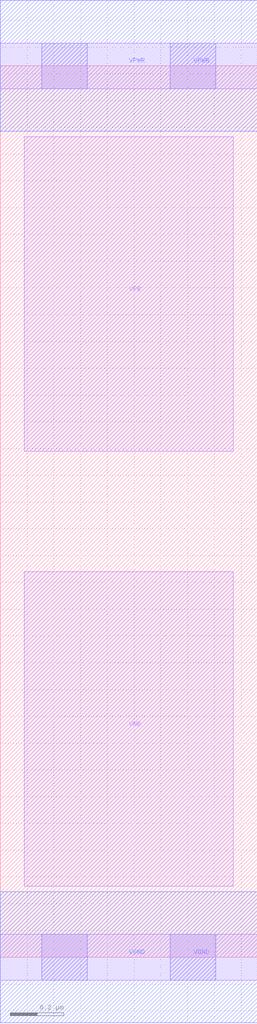
<source format=lef>
# Copyright 2020 The SkyWater PDK Authors
#
# Licensed under the Apache License, Version 2.0 (the "License");
# you may not use this file except in compliance with the License.
# You may obtain a copy of the License at
#
#     https://www.apache.org/licenses/LICENSE-2.0
#
# Unless required by applicable law or agreed to in writing, software
# distributed under the License is distributed on an "AS IS" BASIS,
# WITHOUT WARRANTIES OR CONDITIONS OF ANY KIND, either express or implied.
# See the License for the specific language governing permissions and
# limitations under the License.
#
# SPDX-License-Identifier: Apache-2.0

VERSION 5.7 ;
  NAMESCASESENSITIVE ON ;
  NOWIREEXTENSIONATPIN ON ;
  DIVIDERCHAR "/" ;
  BUSBITCHARS "[]" ;
UNITS
  DATABASE MICRONS 200 ;
END UNITS
MACRO sky130_fd_sc_ms__tap_2
  CLASS CORE ;
  SOURCE USER ;
  FOREIGN sky130_fd_sc_ms__tap_2 ;
  ORIGIN  0.000000  0.000000 ;
  SIZE  0.960000 BY  3.330000 ;
  SYMMETRY X Y ;
  SITE unit ;
  PIN VGND
    DIRECTION INOUT ;
    USE GROUND ;
    PORT
      LAYER li1 ;
        RECT 0.000000 -0.085000 0.960000 0.085000 ;
      LAYER mcon ;
        RECT 0.155000 -0.085000 0.325000 0.085000 ;
        RECT 0.635000 -0.085000 0.805000 0.085000 ;
      LAYER met1 ;
        RECT 0.000000 -0.245000 0.960000 0.245000 ;
    END
  END VGND
  PIN VNB
    DIRECTION INOUT ;
    USE GROUND ;
    PORT
      LAYER li1 ;
        RECT 0.090000 0.265000 0.870000 1.440000 ;
    END
  END VNB
  PIN VPB
    DIRECTION INOUT ;
    USE POWER ;
    PORT
      LAYER li1 ;
        RECT 0.090000 1.890000 0.870000 3.065000 ;
    END
  END VPB
  PIN VPWR
    DIRECTION INOUT ;
    USE POWER ;
    PORT
      LAYER li1 ;
        RECT 0.000000 3.245000 0.960000 3.415000 ;
      LAYER mcon ;
        RECT 0.155000 3.245000 0.325000 3.415000 ;
        RECT 0.635000 3.245000 0.805000 3.415000 ;
      LAYER met1 ;
        RECT 0.000000 3.085000 0.960000 3.575000 ;
    END
  END VPWR
END sky130_fd_sc_ms__tap_2

</source>
